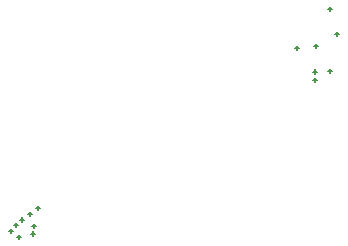
<source format=gbr>
%TF.GenerationSoftware,Altium Limited,Altium Designer,21.8.1 (53)*%
G04 Layer_Color=128*
%FSLAX45Y45*%
%MOMM*%
%TF.SameCoordinates,7374835A-4B4A-4399-96A1-91FF428CB2AC*%
%TF.FilePolarity,Positive*%
%TF.FileFunction,Drillmap*%
%TF.Part,Single*%
G01*
G75*
%TA.AperFunction,NonConductor*%
%ADD32C,0.12700*%
D32*
X493590Y142306D02*
X528590D01*
X511090Y124806D02*
Y159806D01*
X490041Y81602D02*
X525040D01*
X507541Y64102D02*
Y99101D01*
X392500Y200000D02*
X427500D01*
X410000Y182500D02*
Y217500D01*
X302160Y99830D02*
X337160D01*
X319660Y82330D02*
Y117330D01*
X372500Y49390D02*
X407500D01*
X390000Y31890D02*
Y66890D01*
X462500Y250000D02*
X497500D01*
X480000Y232500D02*
Y267500D01*
X342976Y150475D02*
X377975D01*
X360476Y132976D02*
Y167975D01*
X529572Y299444D02*
X564571D01*
X547072Y281944D02*
Y316943D01*
X2725800Y1651400D02*
X2760800D01*
X2743300Y1633900D02*
Y1668900D01*
X2878205Y1453340D02*
X2913204D01*
X2895704Y1435840D02*
Y1470840D01*
X2885931Y1667402D02*
X2920931D01*
X2903431Y1649902D02*
Y1684901D01*
X3062748Y1768100D02*
X3097747D01*
X3080248Y1750600D02*
Y1785600D01*
X2872500Y1380000D02*
X2907500D01*
X2890000Y1362500D02*
Y1397500D01*
X3005504Y1454627D02*
X3040503D01*
X3023003Y1437127D02*
Y1472127D01*
X3004000Y1983400D02*
X3039000D01*
X3021500Y1965900D02*
Y2000900D01*
%TF.MD5,86fe38636e918f49ce4f27767247cb06*%
M02*

</source>
